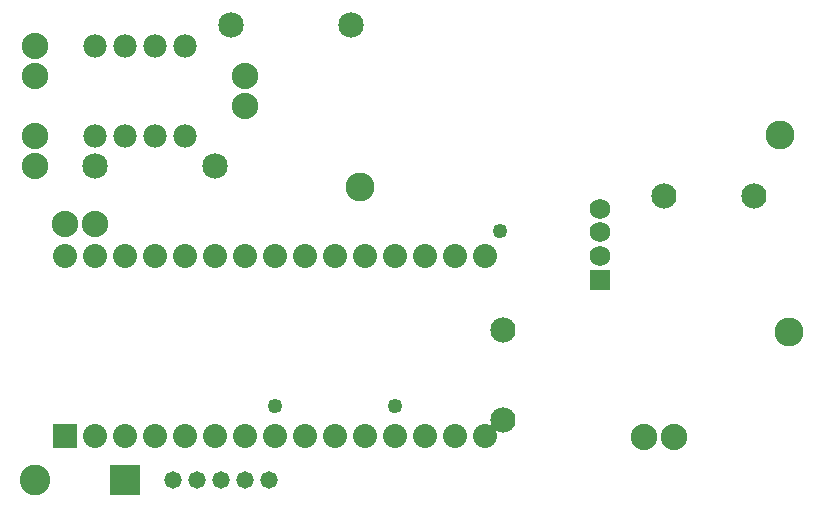
<source format=gbs>
G04 MADE WITH FRITZING*
G04 WWW.FRITZING.ORG*
G04 DOUBLE SIDED*
G04 HOLES PLATED*
G04 CONTOUR ON CENTER OF CONTOUR VECTOR*
%ASAXBY*%
%FSLAX23Y23*%
%MOIN*%
%OFA0B0*%
%SFA1.0B1.0*%
%ADD10C,0.080000*%
%ADD11C,0.058000*%
%ADD12C,0.078000*%
%ADD13C,0.102000*%
%ADD14C,0.084000*%
%ADD15C,0.088000*%
%ADD16C,0.085000*%
%ADD17C,0.049370*%
%ADD18C,0.069200*%
%ADD19C,0.096614*%
%ADD20R,0.080000X0.079972*%
%ADD21R,0.102000X0.102000*%
%ADD22R,0.069200X0.069200*%
%LNMASK0*%
G90*
G70*
G54D10*
X209Y233D03*
X309Y233D03*
X409Y233D03*
X509Y233D03*
X609Y233D03*
X709Y233D03*
X809Y233D03*
X909Y233D03*
X1009Y233D03*
X1109Y233D03*
X1209Y233D03*
X1309Y233D03*
X1409Y233D03*
X1509Y233D03*
X1609Y233D03*
X209Y833D03*
X309Y833D03*
X409Y833D03*
X509Y833D03*
X609Y833D03*
X709Y833D03*
X809Y833D03*
X909Y833D03*
X1009Y833D03*
X1109Y833D03*
X1209Y833D03*
X1309Y833D03*
X1409Y833D03*
X1509Y833D03*
X1609Y833D03*
G54D11*
X808Y89D03*
X728Y89D03*
X648Y89D03*
X568Y89D03*
X889Y89D03*
X809Y89D03*
G54D12*
X309Y1233D03*
X409Y1233D03*
X509Y1233D03*
X609Y1233D03*
X609Y1533D03*
X509Y1533D03*
X409Y1533D03*
X309Y1533D03*
G54D13*
X409Y89D03*
X109Y89D03*
G54D14*
X1670Y289D03*
X1670Y589D03*
X2205Y1033D03*
X2505Y1033D03*
G54D15*
X109Y1233D03*
X109Y1133D03*
G54D16*
X763Y1605D03*
X1163Y1605D03*
X309Y1133D03*
X709Y1133D03*
G54D15*
X809Y1433D03*
X809Y1333D03*
X109Y1533D03*
X109Y1433D03*
X209Y941D03*
X309Y941D03*
G54D17*
X1309Y333D03*
G54D18*
X1992Y755D03*
X1992Y991D03*
X1992Y913D03*
X1992Y834D03*
G54D19*
X1194Y1066D03*
G54D17*
X909Y333D03*
X1658Y917D03*
G54D19*
X2622Y580D03*
X2594Y1238D03*
G54D15*
X2139Y232D03*
X2239Y232D03*
G54D20*
X209Y233D03*
G54D21*
X409Y89D03*
G54D22*
X1992Y755D03*
G04 End of Mask0*
M02*
</source>
